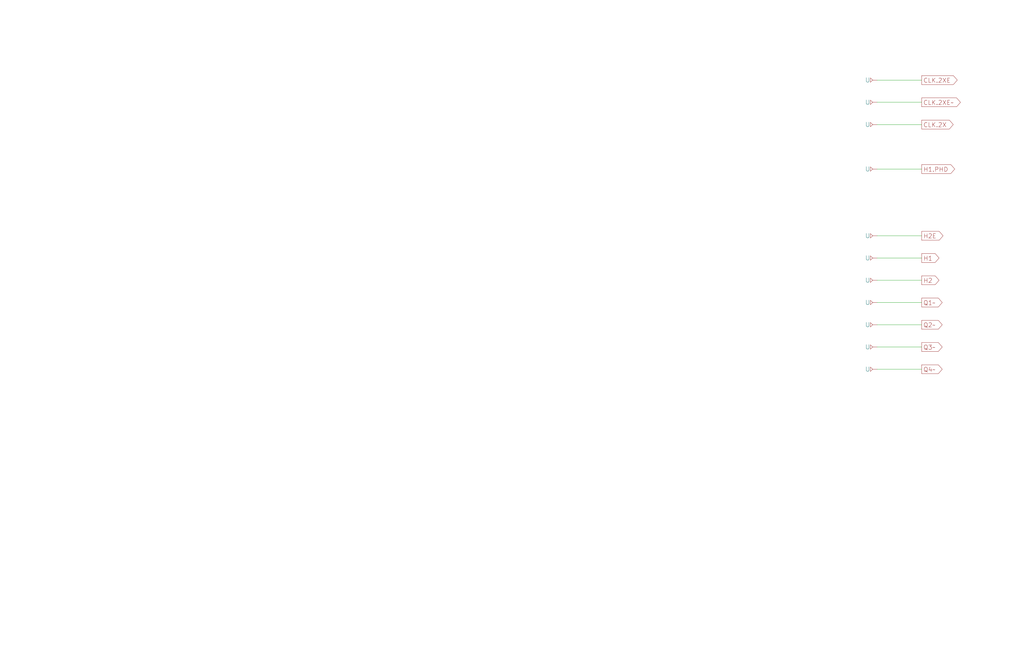
<source format=kicad_sch>
(kicad_sch (version 20220404) (generator eeschema)
  (paper "User" 584.2 378.46)
  (title_block (title "CLOCK GENERATION\\nFREE RUNNING CLOCKS") (date "22-MAR-90") (rev "1.0") (comment 1 "VALUE") (comment 2 "232-003063") (comment 3 "S400") (comment 4 "RELEASED"))
  (lib_symbols
    (symbol "r1000:GB" (pin_numbers hide) (pin_names (offset 0) hide)
      (property "Reference" "GB" (at 3.81 0 0))
      (symbol "GB_0_1"
        (polyline (pts (xy 2.54 0) (xy 3.81 1.27) (xy 3.81 -1.27) (xy 2.54 0)) (stroke (width 0.1524)))
      )
      (symbol "GB_1_1"
        (pin bidirectional line (at 0 0 0) (length 2.54) (name "") (number "1"))
      )
    )
  )
  (wire (pts (xy 500.38 71.12) (xy 525.78 71.12)))
  (wire (pts (xy 500.38 160.02) (xy 525.78 160.02)))
  (wire (pts (xy 500.38 198.12) (xy 525.78 198.12)))
  (wire (pts (xy 500.38 58.42) (xy 525.78 58.42)))
  (wire (pts (xy 500.38 210.82) (xy 525.78 210.82)))
  (wire (pts (xy 500.38 172.72) (xy 525.78 172.72)))
  (wire (pts (xy 500.38 185.42) (xy 525.78 185.42)))
  (wire (pts (xy 500.38 134.62) (xy 525.78 134.62)))
  (wire (pts (xy 500.38 147.32) (xy 525.78 147.32)))
  (wire (pts (xy 500.38 45.72) (xy 525.78 45.72)))
  (wire (pts (xy 500.38 96.52) (xy 525.78 96.52)))
  (global_label "H2E" (shape output) (at 525.78 134.62 0) (effects (font (size 2.54 2.54))) (property "Intersheet References" "${INTERSHEET_REFS}" (at 537.7936 134.4613 0) (effects (font (size 1.905 1.905)) (justify left))))
  (global_label "CLK.2X" (shape output) (at 525.78 71.12 0) (effects (font (size 2.54 2.54))) (property "Intersheet References" "${INTERSHEET_REFS}" (at 549.7679 70.9613 0) (effects (font (size 1.905 1.905)) (justify left))))
  (global_label "H1.PHD" (shape output) (at 525.78 96.52 0) (effects (font (size 2.54 2.54))) (property "Intersheet References" "${INTERSHEET_REFS}" (at 544.446 96.3613 0) (effects (font (size 1.905 1.905)) (justify left))))
  (global_label "Q1~" (shape output) (at 525.78 172.72 0) (effects (font (size 2.54 2.54))) (property "Intersheet References" "${INTERSHEET_REFS}" (at 543.4784 172.5613 0) (effects (font (size 1.905 1.905)) (justify left))))
  (global_label "CLK.2XE~" (shape output) (at 525.78 58.42 0) (effects (font (size 2.54 2.54))) (property "Intersheet References" "${INTERSHEET_REFS}" (at 553.8803 58.2613 0) (effects (font (size 1.905 1.905)) (justify left))))
  (global_label "Q4~" (shape output) (at 525.78 210.82 0) (effects (font (size 2.54 2.54))) (property "Intersheet References" "${INTERSHEET_REFS}" (at 543.4784 210.6613 0) (effects (font (size 1.905 1.905)) (justify left))))
  (global_label "Q2~" (shape output) (at 525.78 185.42 0) (effects (font (size 2.54 2.54))) (property "Intersheet References" "${INTERSHEET_REFS}" (at 543.4784 185.2613 0) (effects (font (size 1.905 1.905)) (justify left))))
  (global_label "H2" (shape output) (at 525.78 160.02 0) (effects (font (size 2.54 2.54))) (property "Intersheet References" "${INTERSHEET_REFS}" (at 535.4955 159.8613 0) (effects (font (size 1.905 1.905)) (justify left))))
  (global_label "CLK.2XE" (shape output) (at 525.78 45.72 0) (effects (font (size 2.54 2.54))) (property "Intersheet References" "${INTERSHEET_REFS}" (at 552.066 45.5613 0) (effects (font (size 1.905 1.905)) (justify left))))
  (global_label "H1" (shape output) (at 525.78 147.32 0) (effects (font (size 2.54 2.54))) (property "Intersheet References" "${INTERSHEET_REFS}" (at 535.4955 147.1613 0) (effects (font (size 1.905 1.905)) (justify left))))
  (global_label "Q3~" (shape output) (at 525.78 198.12 0) (effects (font (size 2.54 2.54))) (property "Intersheet References" "${INTERSHEET_REFS}" (at 543.4784 197.9613 0) (effects (font (size 1.905 1.905)) (justify left))))
  (symbol (lib_id "r1000:GB") (at 500.38 210.82 0) (mirror y) (unit 1)
    (default_instance (reference "U") (unit 1) (value "") (footprint ""))
    (property "Reference" "U" (at 496.57 210.82 0) (effects (font (size 2.54 2.54)) (justify left)))
  )
  (symbol (lib_id "r1000:GB") (at 500.38 160.02 0) (mirror y) (unit 1)
    (default_instance (reference "U") (unit 1) (value "") (footprint ""))
    (property "Reference" "U" (at 496.57 160.02 0) (effects (font (size 2.54 2.54)) (justify left)))
  )
  (symbol (lib_id "r1000:GB") (at 500.38 198.12 0) (mirror y) (unit 1)
    (default_instance (reference "U") (unit 1) (value "") (footprint ""))
    (property "Reference" "U" (at 496.57 198.12 0) (effects (font (size 2.54 2.54)) (justify left)))
  )
  (symbol (lib_id "r1000:GB") (at 500.38 96.52 0) (mirror y) (unit 1)
    (default_instance (reference "U") (unit 1) (value "") (footprint ""))
    (property "Reference" "U" (at 496.57 96.52 0) (effects (font (size 2.54 2.54)) (justify left)))
  )
  (symbol (lib_id "r1000:GB") (at 500.38 45.72 0) (mirror y) (unit 1)
    (default_instance (reference "U") (unit 1) (value "") (footprint ""))
    (property "Reference" "U" (at 496.57 45.72 0) (effects (font (size 2.54 2.54)) (justify left)))
  )
  (symbol (lib_id "r1000:GB") (at 500.38 71.12 0) (mirror y) (unit 1)
    (default_instance (reference "U") (unit 1) (value "") (footprint ""))
    (property "Reference" "U" (at 496.57 71.12 0) (effects (font (size 2.54 2.54)) (justify left)))
  )
  (symbol (lib_id "r1000:GB") (at 500.38 134.62 0) (mirror y) (unit 1)
    (default_instance (reference "U") (unit 1) (value "") (footprint ""))
    (property "Reference" "U" (at 496.57 134.62 0) (effects (font (size 2.54 2.54)) (justify left)))
  )
  (symbol (lib_id "r1000:GB") (at 500.38 58.42 0) (mirror y) (unit 1)
    (default_instance (reference "U") (unit 1) (value "") (footprint ""))
    (property "Reference" "U" (at 496.57 58.42 0) (effects (font (size 2.54 2.54)) (justify left)))
  )
  (symbol (lib_id "r1000:GB") (at 500.38 185.42 0) (mirror y) (unit 1)
    (default_instance (reference "U") (unit 1) (value "") (footprint ""))
    (property "Reference" "U" (at 496.57 185.42 0) (effects (font (size 2.54 2.54)) (justify left)))
  )
  (symbol (lib_id "r1000:GB") (at 500.38 172.72 0) (mirror y) (unit 1)
    (default_instance (reference "U") (unit 1) (value "") (footprint ""))
    (property "Reference" "U" (at 496.57 172.72 0) (effects (font (size 2.54 2.54)) (justify left)))
  )
  (symbol (lib_id "r1000:GB") (at 500.38 147.32 0) (mirror y) (unit 1)
    (default_instance (reference "U") (unit 1) (value "") (footprint ""))
    (property "Reference" "U" (at 496.57 147.32 0) (effects (font (size 2.54 2.54)) (justify left)))
  )
)
</source>
